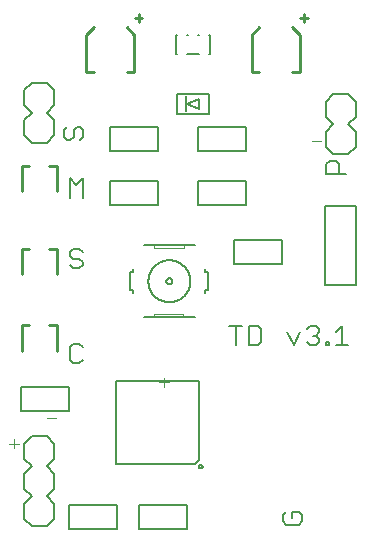
<source format=gto>
G75*
%MOIN*%
%OFA0B0*%
%FSLAX25Y25*%
%IPPOS*%
%LPD*%
%AMOC8*
5,1,8,0,0,1.08239X$1,22.5*
%
%ADD10C,0.00600*%
%ADD11C,0.00400*%
%ADD12C,0.00500*%
%ADD13C,0.00800*%
%ADD14C,0.00200*%
%ADD15C,0.01000*%
%ADD16R,0.00787X0.05512*%
D10*
X0037948Y0063481D02*
X0040083Y0063481D01*
X0041150Y0064549D01*
X0037948Y0063481D02*
X0036880Y0064549D01*
X0036880Y0068819D01*
X0037948Y0069887D01*
X0040083Y0069887D01*
X0041150Y0068819D01*
X0058045Y0086740D02*
X0058045Y0087740D01*
X0057045Y0087740D01*
X0057045Y0093740D01*
X0058045Y0093740D01*
X0058045Y0094740D01*
X0061545Y0102740D02*
X0065045Y0102740D01*
X0075045Y0102740D01*
X0078545Y0102740D01*
X0082045Y0094740D02*
X0082045Y0093740D01*
X0083045Y0093740D01*
X0083045Y0087740D01*
X0082045Y0087740D01*
X0082045Y0086740D01*
X0078545Y0078740D02*
X0074545Y0078740D01*
X0065045Y0078740D01*
X0061545Y0078740D01*
X0069045Y0090740D02*
X0069047Y0090803D01*
X0069053Y0090865D01*
X0069063Y0090927D01*
X0069076Y0090989D01*
X0069094Y0091049D01*
X0069115Y0091108D01*
X0069140Y0091166D01*
X0069169Y0091222D01*
X0069201Y0091276D01*
X0069236Y0091328D01*
X0069274Y0091377D01*
X0069316Y0091425D01*
X0069360Y0091469D01*
X0069408Y0091511D01*
X0069457Y0091549D01*
X0069509Y0091584D01*
X0069563Y0091616D01*
X0069619Y0091645D01*
X0069677Y0091670D01*
X0069736Y0091691D01*
X0069796Y0091709D01*
X0069858Y0091722D01*
X0069920Y0091732D01*
X0069982Y0091738D01*
X0070045Y0091740D01*
X0070108Y0091738D01*
X0070170Y0091732D01*
X0070232Y0091722D01*
X0070294Y0091709D01*
X0070354Y0091691D01*
X0070413Y0091670D01*
X0070471Y0091645D01*
X0070527Y0091616D01*
X0070581Y0091584D01*
X0070633Y0091549D01*
X0070682Y0091511D01*
X0070730Y0091469D01*
X0070774Y0091425D01*
X0070816Y0091377D01*
X0070854Y0091328D01*
X0070889Y0091276D01*
X0070921Y0091222D01*
X0070950Y0091166D01*
X0070975Y0091108D01*
X0070996Y0091049D01*
X0071014Y0090989D01*
X0071027Y0090927D01*
X0071037Y0090865D01*
X0071043Y0090803D01*
X0071045Y0090740D01*
X0071043Y0090677D01*
X0071037Y0090615D01*
X0071027Y0090553D01*
X0071014Y0090491D01*
X0070996Y0090431D01*
X0070975Y0090372D01*
X0070950Y0090314D01*
X0070921Y0090258D01*
X0070889Y0090204D01*
X0070854Y0090152D01*
X0070816Y0090103D01*
X0070774Y0090055D01*
X0070730Y0090011D01*
X0070682Y0089969D01*
X0070633Y0089931D01*
X0070581Y0089896D01*
X0070527Y0089864D01*
X0070471Y0089835D01*
X0070413Y0089810D01*
X0070354Y0089789D01*
X0070294Y0089771D01*
X0070232Y0089758D01*
X0070170Y0089748D01*
X0070108Y0089742D01*
X0070045Y0089740D01*
X0069982Y0089742D01*
X0069920Y0089748D01*
X0069858Y0089758D01*
X0069796Y0089771D01*
X0069736Y0089789D01*
X0069677Y0089810D01*
X0069619Y0089835D01*
X0069563Y0089864D01*
X0069509Y0089896D01*
X0069457Y0089931D01*
X0069408Y0089969D01*
X0069360Y0090011D01*
X0069316Y0090055D01*
X0069274Y0090103D01*
X0069236Y0090152D01*
X0069201Y0090204D01*
X0069169Y0090258D01*
X0069140Y0090314D01*
X0069115Y0090372D01*
X0069094Y0090431D01*
X0069076Y0090491D01*
X0069063Y0090553D01*
X0069053Y0090615D01*
X0069047Y0090677D01*
X0069045Y0090740D01*
X0063045Y0090740D02*
X0063047Y0090912D01*
X0063053Y0091083D01*
X0063064Y0091255D01*
X0063079Y0091426D01*
X0063098Y0091597D01*
X0063121Y0091767D01*
X0063148Y0091937D01*
X0063180Y0092106D01*
X0063215Y0092274D01*
X0063255Y0092441D01*
X0063299Y0092607D01*
X0063346Y0092772D01*
X0063398Y0092936D01*
X0063454Y0093098D01*
X0063514Y0093259D01*
X0063578Y0093419D01*
X0063646Y0093577D01*
X0063717Y0093733D01*
X0063792Y0093887D01*
X0063872Y0094040D01*
X0063954Y0094190D01*
X0064041Y0094339D01*
X0064131Y0094485D01*
X0064225Y0094629D01*
X0064322Y0094771D01*
X0064423Y0094910D01*
X0064527Y0095047D01*
X0064634Y0095181D01*
X0064745Y0095312D01*
X0064858Y0095441D01*
X0064975Y0095567D01*
X0065095Y0095690D01*
X0065218Y0095810D01*
X0065344Y0095927D01*
X0065473Y0096040D01*
X0065604Y0096151D01*
X0065738Y0096258D01*
X0065875Y0096362D01*
X0066014Y0096463D01*
X0066156Y0096560D01*
X0066300Y0096654D01*
X0066446Y0096744D01*
X0066595Y0096831D01*
X0066745Y0096913D01*
X0066898Y0096993D01*
X0067052Y0097068D01*
X0067208Y0097139D01*
X0067366Y0097207D01*
X0067526Y0097271D01*
X0067687Y0097331D01*
X0067849Y0097387D01*
X0068013Y0097439D01*
X0068178Y0097486D01*
X0068344Y0097530D01*
X0068511Y0097570D01*
X0068679Y0097605D01*
X0068848Y0097637D01*
X0069018Y0097664D01*
X0069188Y0097687D01*
X0069359Y0097706D01*
X0069530Y0097721D01*
X0069702Y0097732D01*
X0069873Y0097738D01*
X0070045Y0097740D01*
X0070217Y0097738D01*
X0070388Y0097732D01*
X0070560Y0097721D01*
X0070731Y0097706D01*
X0070902Y0097687D01*
X0071072Y0097664D01*
X0071242Y0097637D01*
X0071411Y0097605D01*
X0071579Y0097570D01*
X0071746Y0097530D01*
X0071912Y0097486D01*
X0072077Y0097439D01*
X0072241Y0097387D01*
X0072403Y0097331D01*
X0072564Y0097271D01*
X0072724Y0097207D01*
X0072882Y0097139D01*
X0073038Y0097068D01*
X0073192Y0096993D01*
X0073345Y0096913D01*
X0073495Y0096831D01*
X0073644Y0096744D01*
X0073790Y0096654D01*
X0073934Y0096560D01*
X0074076Y0096463D01*
X0074215Y0096362D01*
X0074352Y0096258D01*
X0074486Y0096151D01*
X0074617Y0096040D01*
X0074746Y0095927D01*
X0074872Y0095810D01*
X0074995Y0095690D01*
X0075115Y0095567D01*
X0075232Y0095441D01*
X0075345Y0095312D01*
X0075456Y0095181D01*
X0075563Y0095047D01*
X0075667Y0094910D01*
X0075768Y0094771D01*
X0075865Y0094629D01*
X0075959Y0094485D01*
X0076049Y0094339D01*
X0076136Y0094190D01*
X0076218Y0094040D01*
X0076298Y0093887D01*
X0076373Y0093733D01*
X0076444Y0093577D01*
X0076512Y0093419D01*
X0076576Y0093259D01*
X0076636Y0093098D01*
X0076692Y0092936D01*
X0076744Y0092772D01*
X0076791Y0092607D01*
X0076835Y0092441D01*
X0076875Y0092274D01*
X0076910Y0092106D01*
X0076942Y0091937D01*
X0076969Y0091767D01*
X0076992Y0091597D01*
X0077011Y0091426D01*
X0077026Y0091255D01*
X0077037Y0091083D01*
X0077043Y0090912D01*
X0077045Y0090740D01*
X0077043Y0090568D01*
X0077037Y0090397D01*
X0077026Y0090225D01*
X0077011Y0090054D01*
X0076992Y0089883D01*
X0076969Y0089713D01*
X0076942Y0089543D01*
X0076910Y0089374D01*
X0076875Y0089206D01*
X0076835Y0089039D01*
X0076791Y0088873D01*
X0076744Y0088708D01*
X0076692Y0088544D01*
X0076636Y0088382D01*
X0076576Y0088221D01*
X0076512Y0088061D01*
X0076444Y0087903D01*
X0076373Y0087747D01*
X0076298Y0087593D01*
X0076218Y0087440D01*
X0076136Y0087290D01*
X0076049Y0087141D01*
X0075959Y0086995D01*
X0075865Y0086851D01*
X0075768Y0086709D01*
X0075667Y0086570D01*
X0075563Y0086433D01*
X0075456Y0086299D01*
X0075345Y0086168D01*
X0075232Y0086039D01*
X0075115Y0085913D01*
X0074995Y0085790D01*
X0074872Y0085670D01*
X0074746Y0085553D01*
X0074617Y0085440D01*
X0074486Y0085329D01*
X0074352Y0085222D01*
X0074215Y0085118D01*
X0074076Y0085017D01*
X0073934Y0084920D01*
X0073790Y0084826D01*
X0073644Y0084736D01*
X0073495Y0084649D01*
X0073345Y0084567D01*
X0073192Y0084487D01*
X0073038Y0084412D01*
X0072882Y0084341D01*
X0072724Y0084273D01*
X0072564Y0084209D01*
X0072403Y0084149D01*
X0072241Y0084093D01*
X0072077Y0084041D01*
X0071912Y0083994D01*
X0071746Y0083950D01*
X0071579Y0083910D01*
X0071411Y0083875D01*
X0071242Y0083843D01*
X0071072Y0083816D01*
X0070902Y0083793D01*
X0070731Y0083774D01*
X0070560Y0083759D01*
X0070388Y0083748D01*
X0070217Y0083742D01*
X0070045Y0083740D01*
X0069873Y0083742D01*
X0069702Y0083748D01*
X0069530Y0083759D01*
X0069359Y0083774D01*
X0069188Y0083793D01*
X0069018Y0083816D01*
X0068848Y0083843D01*
X0068679Y0083875D01*
X0068511Y0083910D01*
X0068344Y0083950D01*
X0068178Y0083994D01*
X0068013Y0084041D01*
X0067849Y0084093D01*
X0067687Y0084149D01*
X0067526Y0084209D01*
X0067366Y0084273D01*
X0067208Y0084341D01*
X0067052Y0084412D01*
X0066898Y0084487D01*
X0066745Y0084567D01*
X0066595Y0084649D01*
X0066446Y0084736D01*
X0066300Y0084826D01*
X0066156Y0084920D01*
X0066014Y0085017D01*
X0065875Y0085118D01*
X0065738Y0085222D01*
X0065604Y0085329D01*
X0065473Y0085440D01*
X0065344Y0085553D01*
X0065218Y0085670D01*
X0065095Y0085790D01*
X0064975Y0085913D01*
X0064858Y0086039D01*
X0064745Y0086168D01*
X0064634Y0086299D01*
X0064527Y0086433D01*
X0064423Y0086570D01*
X0064322Y0086709D01*
X0064225Y0086851D01*
X0064131Y0086995D01*
X0064041Y0087141D01*
X0063954Y0087290D01*
X0063872Y0087440D01*
X0063792Y0087593D01*
X0063717Y0087747D01*
X0063646Y0087903D01*
X0063578Y0088061D01*
X0063514Y0088221D01*
X0063454Y0088382D01*
X0063398Y0088544D01*
X0063346Y0088708D01*
X0063299Y0088873D01*
X0063255Y0089039D01*
X0063215Y0089206D01*
X0063180Y0089374D01*
X0063148Y0089543D01*
X0063121Y0089713D01*
X0063098Y0089883D01*
X0063079Y0090054D01*
X0063064Y0090225D01*
X0063053Y0090397D01*
X0063047Y0090568D01*
X0063045Y0090740D01*
X0041150Y0096045D02*
X0040083Y0094977D01*
X0037948Y0094977D01*
X0036880Y0096045D01*
X0037948Y0098180D02*
X0040083Y0098180D01*
X0041150Y0097112D01*
X0041150Y0096045D01*
X0037948Y0098180D02*
X0036880Y0099247D01*
X0036880Y0100315D01*
X0037948Y0101383D01*
X0040083Y0101383D01*
X0041150Y0100315D01*
X0041150Y0118599D02*
X0041150Y0125005D01*
X0039015Y0122870D01*
X0036880Y0125005D01*
X0036880Y0118599D01*
X0037041Y0137744D02*
X0035974Y0137744D01*
X0034906Y0138812D01*
X0034906Y0140947D01*
X0035974Y0142015D01*
X0038109Y0140947D02*
X0038109Y0138812D01*
X0037041Y0137744D01*
X0040244Y0137744D02*
X0041312Y0138812D01*
X0041312Y0140947D01*
X0040244Y0142015D01*
X0039176Y0142015D01*
X0038109Y0140947D01*
X0072320Y0166291D02*
X0072690Y0166291D01*
X0072320Y0166291D02*
X0072320Y0172669D01*
X0072690Y0172669D01*
X0075863Y0172669D02*
X0076234Y0172669D01*
X0079604Y0172669D02*
X0079974Y0172669D01*
X0083147Y0172669D02*
X0083517Y0172669D01*
X0083517Y0166291D01*
X0083147Y0166291D01*
X0079974Y0166291D02*
X0075863Y0166291D01*
X0079887Y0151370D02*
X0079887Y0148220D01*
X0075950Y0149795D01*
X0079887Y0151370D01*
X0122394Y0129676D02*
X0122394Y0126473D01*
X0128800Y0126473D01*
X0126665Y0126473D02*
X0126665Y0129676D01*
X0125597Y0130744D01*
X0123462Y0130744D01*
X0122394Y0129676D01*
X0119014Y0075792D02*
X0116879Y0075792D01*
X0115812Y0074725D01*
X0113636Y0073657D02*
X0111501Y0069387D01*
X0109366Y0073657D01*
X0115812Y0070454D02*
X0116879Y0069387D01*
X0119014Y0069387D01*
X0120082Y0070454D01*
X0120082Y0071522D01*
X0119014Y0072589D01*
X0117947Y0072589D01*
X0119014Y0072589D02*
X0120082Y0073657D01*
X0120082Y0074725D01*
X0119014Y0075792D01*
X0122257Y0070454D02*
X0123325Y0070454D01*
X0123325Y0069387D01*
X0122257Y0069387D01*
X0122257Y0070454D01*
X0125480Y0069387D02*
X0129750Y0069387D01*
X0127615Y0069387D02*
X0127615Y0075792D01*
X0125480Y0073657D01*
X0100745Y0074725D02*
X0100745Y0070454D01*
X0099678Y0069387D01*
X0096475Y0069387D01*
X0096475Y0075792D01*
X0099678Y0075792D01*
X0100745Y0074725D01*
X0094300Y0075792D02*
X0090030Y0075792D01*
X0092165Y0075792D02*
X0092165Y0069387D01*
X0108895Y0013814D02*
X0107827Y0012747D01*
X0107827Y0010612D01*
X0108895Y0009544D01*
X0113165Y0009544D01*
X0114233Y0010612D01*
X0114233Y0012747D01*
X0113165Y0013814D01*
X0111030Y0013814D01*
X0111030Y0011679D01*
D11*
X0069771Y0057022D02*
X0066701Y0057022D01*
X0068236Y0058556D02*
X0068236Y0055487D01*
X0032369Y0045211D02*
X0029300Y0045211D01*
X0019771Y0036549D02*
X0016701Y0036549D01*
X0018236Y0038084D02*
X0018236Y0035015D01*
X0117489Y0137337D02*
X0120558Y0137337D01*
D12*
X0095761Y0133984D02*
X0079761Y0133984D01*
X0079761Y0141984D01*
X0095761Y0141984D01*
X0095761Y0133984D01*
X0095761Y0124268D02*
X0095761Y0116268D01*
X0079761Y0116268D01*
X0079761Y0124268D01*
X0095761Y0124268D01*
X0091572Y0104583D02*
X0107572Y0104583D01*
X0107572Y0096583D01*
X0091572Y0096583D01*
X0091572Y0104583D01*
X0066234Y0116268D02*
X0066234Y0124268D01*
X0050234Y0124268D01*
X0050234Y0116268D01*
X0066234Y0116268D01*
X0066234Y0133984D02*
X0050234Y0133984D01*
X0050234Y0141984D01*
X0066234Y0141984D01*
X0066234Y0133984D01*
X0072604Y0146547D02*
X0072604Y0153043D01*
X0083234Y0153043D01*
X0083234Y0146547D01*
X0072604Y0146547D01*
X0036706Y0055370D02*
X0020706Y0055370D01*
X0020706Y0047370D01*
X0036706Y0047370D01*
X0036706Y0055370D01*
X0036454Y0016000D02*
X0052454Y0016000D01*
X0052454Y0008000D01*
X0036454Y0008000D01*
X0036454Y0016000D01*
X0060076Y0016000D02*
X0060076Y0008000D01*
X0076076Y0008000D01*
X0076076Y0016000D01*
X0060076Y0016000D01*
D13*
X0024237Y0008969D02*
X0021737Y0011469D01*
X0021737Y0016469D01*
X0024237Y0018969D01*
X0021737Y0021469D01*
X0021737Y0026469D01*
X0024237Y0028969D01*
X0021737Y0031469D01*
X0021737Y0036469D01*
X0024237Y0038969D01*
X0029237Y0038969D01*
X0031737Y0036469D01*
X0031737Y0031469D01*
X0029237Y0028969D01*
X0031737Y0026469D01*
X0031737Y0021469D01*
X0029237Y0018969D01*
X0031737Y0016469D01*
X0031737Y0011469D01*
X0029237Y0008969D01*
X0024237Y0008969D01*
X0052308Y0029697D02*
X0078509Y0029697D01*
X0079907Y0031094D01*
X0079907Y0057295D01*
X0052308Y0057295D01*
X0052308Y0029697D01*
X0079908Y0028996D02*
X0079910Y0029045D01*
X0079916Y0029093D01*
X0079926Y0029141D01*
X0079940Y0029188D01*
X0079957Y0029234D01*
X0079978Y0029278D01*
X0080003Y0029320D01*
X0080031Y0029360D01*
X0080063Y0029398D01*
X0080097Y0029433D01*
X0080134Y0029465D01*
X0080173Y0029494D01*
X0080215Y0029520D01*
X0080259Y0029542D01*
X0080304Y0029560D01*
X0080351Y0029575D01*
X0080398Y0029586D01*
X0080447Y0029593D01*
X0080496Y0029596D01*
X0080545Y0029595D01*
X0080593Y0029590D01*
X0080642Y0029581D01*
X0080689Y0029568D01*
X0080735Y0029551D01*
X0080779Y0029531D01*
X0080822Y0029507D01*
X0080863Y0029480D01*
X0080901Y0029449D01*
X0080937Y0029416D01*
X0080969Y0029380D01*
X0080999Y0029341D01*
X0081026Y0029300D01*
X0081049Y0029256D01*
X0081068Y0029211D01*
X0081084Y0029165D01*
X0081096Y0029118D01*
X0081104Y0029069D01*
X0081108Y0029020D01*
X0081108Y0028972D01*
X0081104Y0028923D01*
X0081096Y0028874D01*
X0081084Y0028827D01*
X0081068Y0028781D01*
X0081049Y0028736D01*
X0081026Y0028692D01*
X0080999Y0028651D01*
X0080969Y0028612D01*
X0080937Y0028576D01*
X0080901Y0028543D01*
X0080863Y0028512D01*
X0080822Y0028485D01*
X0080779Y0028461D01*
X0080735Y0028441D01*
X0080689Y0028424D01*
X0080642Y0028411D01*
X0080593Y0028402D01*
X0080545Y0028397D01*
X0080496Y0028396D01*
X0080447Y0028399D01*
X0080398Y0028406D01*
X0080351Y0028417D01*
X0080304Y0028432D01*
X0080259Y0028450D01*
X0080215Y0028472D01*
X0080173Y0028498D01*
X0080134Y0028527D01*
X0080097Y0028559D01*
X0080063Y0028594D01*
X0080031Y0028632D01*
X0080003Y0028672D01*
X0079978Y0028714D01*
X0079957Y0028758D01*
X0079940Y0028804D01*
X0079926Y0028851D01*
X0079916Y0028899D01*
X0079910Y0028947D01*
X0079908Y0028996D01*
X0122013Y0089362D02*
X0122013Y0115740D01*
X0132249Y0115740D01*
X0132249Y0089362D01*
X0122013Y0089362D01*
X0124631Y0132984D02*
X0122131Y0135484D01*
X0122131Y0140484D01*
X0124631Y0142984D01*
X0122131Y0145484D01*
X0122131Y0150484D01*
X0124631Y0152984D01*
X0129631Y0152984D01*
X0132131Y0150484D01*
X0132131Y0145484D01*
X0129631Y0142984D01*
X0132131Y0140484D01*
X0132131Y0135484D01*
X0129631Y0132984D01*
X0124631Y0132984D01*
X0031737Y0139421D02*
X0031737Y0144421D01*
X0029237Y0146921D01*
X0031737Y0149421D01*
X0031737Y0154421D01*
X0029237Y0156921D01*
X0024237Y0156921D01*
X0021737Y0154421D01*
X0021737Y0149421D01*
X0024237Y0146921D01*
X0021737Y0144421D01*
X0021737Y0139421D01*
X0024237Y0136921D01*
X0029237Y0136921D01*
X0031737Y0139421D01*
D14*
X0065045Y0102740D02*
X0065045Y0101740D01*
X0075045Y0101740D01*
X0075045Y0102740D01*
X0074545Y0079740D02*
X0065045Y0079740D01*
X0065045Y0078740D01*
X0074545Y0078740D02*
X0074545Y0079740D01*
D15*
X0032446Y0075976D02*
X0032446Y0067512D01*
X0032446Y0075976D02*
X0030084Y0075976D01*
X0023391Y0075976D02*
X0021029Y0075976D01*
X0021029Y0067512D01*
X0021029Y0093102D02*
X0021029Y0101567D01*
X0023391Y0101567D01*
X0030084Y0101567D02*
X0032446Y0101567D01*
X0032446Y0093102D01*
X0032446Y0120661D02*
X0032446Y0129126D01*
X0030084Y0129126D01*
X0023391Y0129126D02*
X0021029Y0129126D01*
X0021029Y0120661D01*
X0042360Y0160386D02*
X0042360Y0172886D01*
X0044860Y0175386D01*
X0055860Y0175386D02*
X0058360Y0172886D01*
X0058360Y0160386D01*
X0055860Y0160386D01*
X0044860Y0160386D02*
X0042360Y0160386D01*
X0058627Y0178429D02*
X0060989Y0178429D01*
X0059808Y0177248D02*
X0059808Y0179610D01*
X0097478Y0172886D02*
X0097478Y0160386D01*
X0099978Y0160386D01*
X0097478Y0172886D02*
X0099978Y0175386D01*
X0110978Y0175386D02*
X0113478Y0172886D01*
X0113478Y0160386D01*
X0110978Y0160386D01*
X0114926Y0177248D02*
X0114926Y0179610D01*
X0116108Y0178429D02*
X0113745Y0178429D01*
D16*
X0075556Y0149795D03*
M02*

</source>
